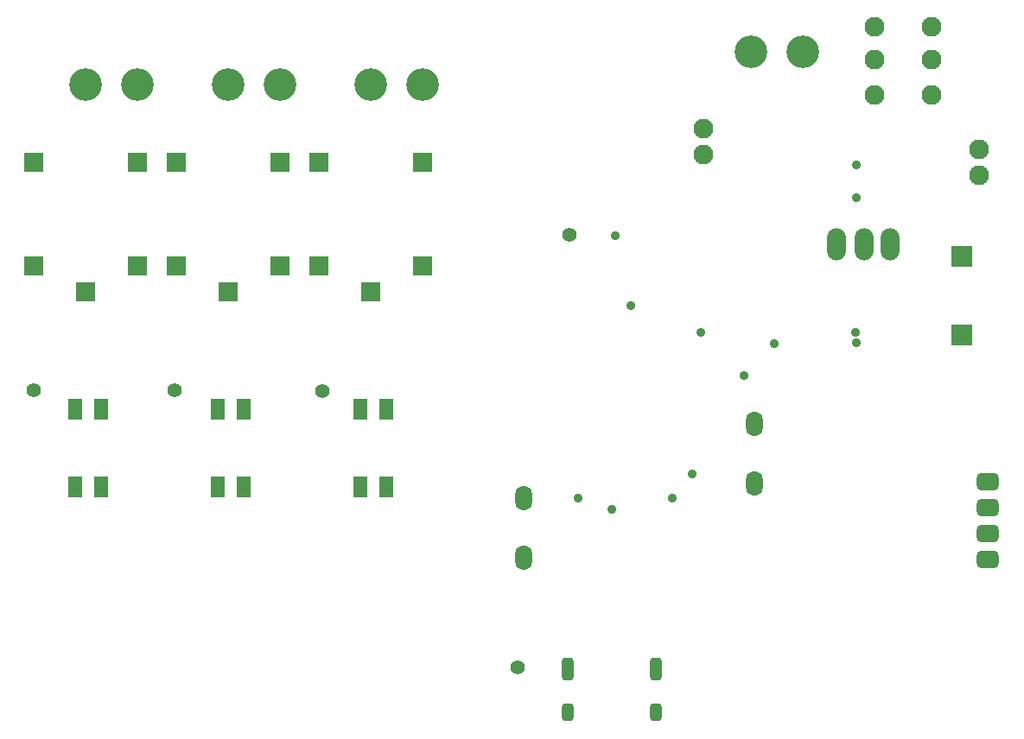
<source format=gbr>
%TF.GenerationSoftware,Altium Limited,Altium Designer,22.0.2 (36)*%
G04 Layer_Color=16711935*
%FSLAX45Y45*%
%MOMM*%
%TF.SameCoordinates,D2D0E374-18DE-4B15-8EA8-0B9E4DC8859C*%
%TF.FilePolarity,Negative*%
%TF.FileFunction,Soldermask,Bot*%
%TF.Part,Single*%
G01*
G75*
%TA.AperFunction,ComponentPad*%
G04:AMPARAMS|DCode=46|XSize=2.25mm|YSize=1.15mm|CornerRadius=0.325mm|HoleSize=0mm|Usage=FLASHONLY|Rotation=90.000|XOffset=0mm|YOffset=0mm|HoleType=Round|Shape=RoundedRectangle|*
%AMROUNDEDRECTD46*
21,1,2.25000,0.50000,0,0,90.0*
21,1,1.60000,1.15000,0,0,90.0*
1,1,0.65000,0.25000,0.80000*
1,1,0.65000,0.25000,-0.80000*
1,1,0.65000,-0.25000,-0.80000*
1,1,0.65000,-0.25000,0.80000*
%
%ADD46ROUNDEDRECTD46*%
G04:AMPARAMS|DCode=47|XSize=1.75mm|YSize=1.15mm|CornerRadius=0.325mm|HoleSize=0mm|Usage=FLASHONLY|Rotation=90.000|XOffset=0mm|YOffset=0mm|HoleType=Round|Shape=RoundedRectangle|*
%AMROUNDEDRECTD47*
21,1,1.75000,0.50000,0,0,90.0*
21,1,1.10000,1.15000,0,0,90.0*
1,1,0.65000,0.25000,0.55000*
1,1,0.65000,0.25000,-0.55000*
1,1,0.65000,-0.25000,-0.55000*
1,1,0.65000,-0.25000,0.55000*
%
%ADD47ROUNDEDRECTD47*%
%ADD48R,2.15000X2.15000*%
%ADD49O,1.65000X2.45000*%
G04:AMPARAMS|DCode=50|XSize=1.75mm|YSize=2.15mm|CornerRadius=0.475mm|HoleSize=0mm|Usage=FLASHONLY|Rotation=90.000|XOffset=0mm|YOffset=0mm|HoleType=Round|Shape=RoundedRectangle|*
%AMROUNDEDRECTD50*
21,1,1.75000,1.20000,0,0,90.0*
21,1,0.80000,2.15000,0,0,90.0*
1,1,0.95000,0.60000,0.40000*
1,1,0.95000,0.60000,-0.40000*
1,1,0.95000,-0.60000,-0.40000*
1,1,0.95000,-0.60000,0.40000*
%
%ADD50ROUNDEDRECTD50*%
%ADD51C,1.95000*%
%ADD52C,3.19800*%
%ADD53R,1.90000X1.90000*%
%ADD54R,1.35000X2.15000*%
%ADD55O,1.85000X3.15000*%
%TA.AperFunction,ViaPad*%
%ADD56C,0.91200*%
%ADD57C,1.42000*%
D46*
X6467999Y1549619D02*
D03*
X7331999D02*
D03*
D47*
Y1131620D02*
D03*
X6467999D02*
D03*
D48*
X10322500Y4827800D02*
D03*
Y5602500D02*
D03*
D49*
X8297500Y3377500D02*
D03*
Y3961700D02*
D03*
X6030000Y2648300D02*
D03*
Y3232500D02*
D03*
D50*
X10582500Y2630000D02*
D03*
Y2884000D02*
D03*
Y3392000D02*
D03*
Y3138000D02*
D03*
D51*
X10030000Y7180000D02*
D03*
Y7530000D02*
D03*
Y7850000D02*
D03*
X9470000Y7180000D02*
D03*
Y7530000D02*
D03*
Y7850000D02*
D03*
X10495000Y6397762D02*
D03*
Y6651762D02*
D03*
X7797500Y6852500D02*
D03*
Y6598500D02*
D03*
D52*
X1744541Y7289093D02*
D03*
X2252542D02*
D03*
X5046542D02*
D03*
X4538541D02*
D03*
X3649542D02*
D03*
X3141541D02*
D03*
X8771500Y7610000D02*
D03*
X8263500D02*
D03*
D53*
X1744542Y5249593D02*
D03*
X2252542Y6519593D02*
D03*
Y5503593D02*
D03*
X1236542D02*
D03*
Y6519593D02*
D03*
X3141542Y5249593D02*
D03*
X3649542Y6519593D02*
D03*
Y5503593D02*
D03*
X2633542D02*
D03*
Y6519593D02*
D03*
X4030542D02*
D03*
Y5503593D02*
D03*
X5046542D02*
D03*
Y6519593D02*
D03*
X4538542Y5249593D02*
D03*
D54*
X1636542Y3343670D02*
D03*
X1890542D02*
D03*
X1636542Y4105670D02*
D03*
X1890542D02*
D03*
X3033542Y3343670D02*
D03*
X3287542D02*
D03*
X3033542Y4105670D02*
D03*
X3287542D02*
D03*
X4430542Y3343670D02*
D03*
X4684542D02*
D03*
X4430542Y4105670D02*
D03*
X4684542D02*
D03*
D55*
X9621500Y5722500D02*
D03*
X9101104D02*
D03*
X9367500D02*
D03*
D56*
X7681250Y3470000D02*
D03*
X9290000Y4750000D02*
D03*
X7487500Y3230000D02*
D03*
X8190000Y4430000D02*
D03*
X6900000Y3120000D02*
D03*
X6565000Y3230000D02*
D03*
X9294533Y6177449D02*
D03*
X9295000Y6497500D02*
D03*
X7080000Y5115000D02*
D03*
X6932500Y5807500D02*
D03*
X8485000Y4747500D02*
D03*
X9286862Y4858705D02*
D03*
X7767500Y4855000D02*
D03*
D57*
X6480000Y5810000D02*
D03*
X1230000Y4290000D02*
D03*
X5970000Y1570000D02*
D03*
X4060000Y4280000D02*
D03*
X2610000Y4290000D02*
D03*
%TF.MD5,4103ec376b191de80993414baf9f25d6*%
M02*

</source>
